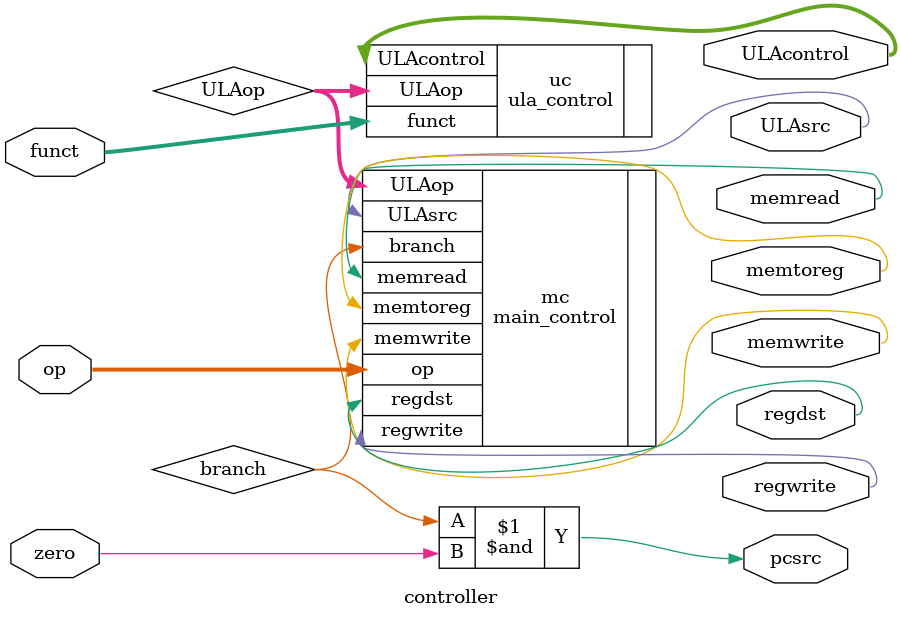
<source format=sv>

/*
 * Módulo: controller
 * Função: Unidade de controle central que coordena os sinais de controle do processador
 *
 * Este módulo integra:
 * - main_control: gera sinais de controle baseados no opcode da instrução
 * - ula_control: define a operação específica da ULA
 * 
 * O módulo funciona decodificando a instrução atual e produzindo sinais
 * que controlam o comportamento do datapath durante a execução da instrução.
 */

module controller(
    // Entradas
    input  logic [5:0] op,     // opcode da instrução
    input  logic [5:0] funct,  // campo funct para instruções tipo-R
    input  logic       zero,   // flag zero da ULA
    
    // Saídas de controle
    output logic       memtoreg,  // Seleciona dado da memória
    output logic       memwrite,  // Habilita escrita na memória
    output logic       memread,   // Habilita leitura da memória
    output logic       pcsrc,     // Seleciona próximo PC
    output logic       ULAsrc,    // Seleciona segundo operando da ULA
    output logic       regdst,    // Seleciona registrador destino
    output logic       regwrite,  // Habilita escrita no banco de registradores
    output logic [2:0] ULAcontrol // Controle da ULA
);
    // Sinais internos
    logic [1:0] ULAop;   // Operação básica da ULA
    logic       branch;   // Sinal de desvio condicional

    // Instância do controle principal
    main_control mc(
        .op(op),
        .memread(memread),
        .memtoreg(memtoreg),
        .memwrite(memwrite),
        .branch(branch),
        .ULAsrc(ULAsrc),
        .regdst(regdst),
        .regwrite(regwrite),
        .ULAop(ULAop)
    );

    // Instância do controle da ULA
    ula_control uc(
        .funct(funct),
        .ULAop(ULAop),
        .ULAcontrol(ULAcontrol)
    );

    // Lógica para desvio condicional - ativa quando branch=1 e zero=1
    assign pcsrc = branch & zero;

endmodule
</source>
